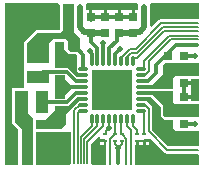
<source format=gtl>
G04*
G04 #@! TF.GenerationSoftware,Altium Limited,Altium Designer,25.5.2 (35)*
G04*
G04 Layer_Physical_Order=1*
G04 Layer_Color=5124078*
%FSLAX24Y24*%
%MOIN*%
G70*
G04*
G04 #@! TF.SameCoordinates,10BE4CE9-2312-42DA-BD6A-6239ED57E976*
G04*
G04*
G04 #@! TF.FilePolarity,Positive*
G04*
G01*
G75*
%ADD12C,0.0079*%
%ADD14C,0.0059*%
%ADD17R,0.0295X0.0315*%
%ADD18O,0.0118X0.0335*%
%ADD19R,0.0118X0.0106*%
%ADD20R,0.0315X0.0295*%
%ADD21R,0.1378X0.1378*%
%ADD22O,0.0335X0.0118*%
%ADD23R,0.0717X0.0445*%
%ADD24R,0.0445X0.0717*%
%ADD34C,0.0060*%
%ADD35C,0.0118*%
%ADD36C,0.0197*%
%ADD37R,0.0160X0.0060*%
%ADD38C,0.0197*%
%ADD39C,0.0240*%
G36*
X857Y2869D02*
X872Y2840D01*
X869Y2830D01*
X865Y2808D01*
X864Y2785D01*
Y2679D01*
X759D01*
Y2431D01*
X659D01*
Y2679D01*
X286D01*
Y2431D01*
X186D01*
Y2679D01*
X-186D01*
Y2431D01*
X-286D01*
Y2679D01*
X-659D01*
Y2431D01*
X-759D01*
Y2679D01*
X-864D01*
Y2785D01*
X-865Y2808D01*
X-869Y2830D01*
X-872Y2840D01*
X-857Y2869D01*
X-838Y2889D01*
X838D01*
X857Y2869D01*
D02*
G37*
G36*
X2889Y2406D02*
X2854Y2364D01*
X1626D01*
X1608Y2363D01*
X1590Y2359D01*
X1573Y2353D01*
X1556Y2345D01*
X1541Y2335D01*
X1528Y2323D01*
X1311Y2107D01*
X1262Y2127D01*
Y2785D01*
X1260Y2808D01*
X1257Y2830D01*
X1254Y2840D01*
X1269Y2869D01*
X1288Y2889D01*
X2889D01*
Y2406D01*
D02*
G37*
G36*
X-1260Y1929D02*
X-1063Y1732D01*
X-1063Y1280D01*
X-1358D01*
X-1458Y1380D01*
Y1613D01*
X-1457Y1614D01*
X-1535Y1693D01*
X-1959D01*
X-2116Y1535D01*
Y915D01*
X-2839D01*
Y1568D01*
X-2596Y1811D01*
X-2517Y1890D01*
X-1732D01*
X-1654Y1969D01*
X-1654Y2874D01*
X-1260D01*
Y1929D01*
D02*
G37*
G36*
X-1594Y1368D02*
X-1427Y1201D01*
X-1220D01*
X-1181Y1161D01*
Y640D01*
X-1093Y551D01*
X-965D01*
Y433D01*
X-1171D01*
X-1467Y728D01*
X-1900D01*
Y1594D01*
X-1594D01*
Y1368D01*
D02*
G37*
G36*
X2889Y472D02*
X2087Y472D01*
X2018Y404D01*
Y39D01*
X945D01*
Y157D01*
X1339D01*
X1693Y512D01*
Y827D01*
X1772Y906D01*
X2889D01*
Y472D01*
D02*
G37*
G36*
X-1585Y364D02*
X-1378Y157D01*
X-1378Y39D01*
X-1585Y-167D01*
Y-295D01*
X-1900D01*
Y492D01*
X-1585D01*
Y364D01*
D02*
G37*
G36*
X2889Y-372D02*
X2630D01*
Y-296D01*
X2382D01*
Y-196D01*
X2630D01*
Y-11D01*
Y196D01*
X2382D01*
Y296D01*
X2630D01*
Y372D01*
X2889D01*
Y-372D01*
D02*
G37*
G36*
X2018Y-404D02*
X2087Y-472D01*
X2889Y-472D01*
Y-906D01*
X1772D01*
X1693Y-827D01*
Y-512D01*
X1339Y-157D01*
X945D01*
Y-39D01*
X2018D01*
Y-404D01*
D02*
G37*
G36*
X-965Y-354D02*
X-1093D01*
X-1555Y-817D01*
Y-1161D01*
X-1693Y-1299D01*
X-2549D01*
Y-984D01*
X-2205D01*
X-1900Y-679D01*
Y-531D01*
X-1476D01*
X-1181Y-236D01*
X-965D01*
Y-354D01*
D02*
G37*
G36*
X1739Y-2080D02*
X1752Y-2091D01*
X1766Y-2101D01*
X1781Y-2108D01*
X1797Y-2114D01*
X1814Y-2117D01*
X1831Y-2118D01*
X2856D01*
X2889Y-2160D01*
Y-2495D01*
X805D01*
X797Y-2492D01*
X760Y-2461D01*
Y-1840D01*
X777D01*
Y-1687D01*
X877D01*
Y-1840D01*
X1013D01*
Y-1687D01*
X1063D01*
Y-1637D01*
X1222D01*
Y-1633D01*
X1269Y-1610D01*
X1739Y-2080D01*
D02*
G37*
G36*
X1614Y-551D02*
Y-866D01*
X1732Y-984D01*
X2018D01*
Y-1260D01*
X2136Y-1378D01*
X2889D01*
Y-1860D01*
X1860D01*
X1339Y-1339D01*
Y-541D01*
X1152Y-354D01*
X945D01*
Y-236D01*
X1299D01*
X1614Y-551D01*
D02*
G37*
G36*
X-395Y-1549D02*
Y-1637D01*
X-236D01*
Y-1737D01*
X-395D01*
Y-1840D01*
X-209D01*
Y-2461D01*
X-246Y-2492D01*
X-254Y-2495D01*
X-656D01*
X-664Y-2492D01*
X-676Y-2480D01*
X-697Y-2446D01*
X-697Y-2441D01*
Y-1786D01*
X-441Y-1530D01*
X-395Y-1549D01*
D02*
G37*
G36*
X-1390Y-2441D02*
X-1389Y-2446D01*
X-1411Y-2480D01*
X-1423Y-2492D01*
X-1430Y-2495D01*
X-2528D01*
Y-1400D01*
X-1390D01*
Y-2441D01*
D02*
G37*
G36*
X-2795Y-768D02*
X-2628Y-935D01*
Y-1299D01*
Y-2495D01*
X-3023D01*
Y-1299D01*
X-3248Y-1074D01*
Y-45D01*
X-2795D01*
Y-768D01*
D02*
G37*
G36*
X-1754Y2840D02*
X-1754Y2010D01*
X-1774Y1990D01*
X-2517D01*
X-2533Y1989D01*
X-2548Y1985D01*
X-2562Y1979D01*
X-2576Y1971D01*
X-2588Y1961D01*
X-2910Y1639D01*
X-2920Y1627D01*
X-2928Y1614D01*
X-2934Y1599D01*
X-2938Y1584D01*
X-2939Y1568D01*
Y915D01*
X-2939Y911D01*
Y823D01*
Y55D01*
X-3248D01*
X-3252Y55D01*
X-3348D01*
Y-41D01*
X-3348Y-45D01*
Y-1074D01*
X-3347Y-1090D01*
X-3343Y-1105D01*
X-3337Y-1120D01*
X-3329Y-1133D01*
X-3319Y-1145D01*
X-3124Y-1341D01*
Y-2495D01*
X-3578D01*
Y2889D01*
X-1797D01*
X-1754Y2840D01*
D02*
G37*
%LPC*%
G36*
X1222Y-1737D02*
X1113D01*
Y-1840D01*
X1222D01*
Y-1737D01*
D02*
G37*
%LPD*%
D12*
X813Y1230D02*
X1679Y2096D01*
X2854D01*
X780Y1378D02*
X1626Y2224D01*
X2854D01*
X1732Y1969D02*
X2854D01*
X826Y1062D02*
X1732Y1969D01*
X707Y1062D02*
X826D01*
X588Y1378D02*
X780D01*
X638Y1230D02*
X813D01*
X-256Y-1825D02*
Y-1699D01*
X-344Y-1945D02*
Y-1913D01*
X-256Y-1699D02*
X-247Y-1690D01*
X-344Y-1913D02*
X-256Y-1825D01*
X962Y-1945D02*
X1063Y-1844D01*
Y-1687D01*
X945Y-1945D02*
X962D01*
X689Y965D02*
Y1044D01*
X707Y1062D01*
X-111Y-1260D02*
X-98D01*
X-217Y-1365D02*
X-111Y-1260D01*
X-230Y-1463D02*
X-217Y-1449D01*
X-236Y-1463D02*
X-230D01*
X-217Y-1449D02*
Y-1365D01*
X-98Y-1260D02*
Y-1181D01*
X541Y1134D02*
X638Y1230D01*
X541Y1133D02*
Y1134D01*
X827Y-1687D02*
X1018D01*
X344Y1134D02*
X588Y1378D01*
X492Y1083D02*
X541Y1133D01*
X492Y965D02*
Y1083D01*
X295D02*
X344Y1133D01*
Y1134D01*
X295Y965D02*
Y1083D01*
X-98Y-1181D02*
Y-965D01*
X-98Y-1181D02*
X-98Y-1181D01*
D14*
X-2244Y-1142D02*
X-2146Y-1043D01*
X-2088D01*
X-1831D02*
X-1831Y-1043D01*
X-1928Y-1043D02*
X-1831D01*
X-1742Y876D02*
X-1693Y925D01*
X-1556D01*
X-1319D02*
X-1319Y925D01*
X-1396Y925D02*
X-1319D01*
X1220Y-1378D02*
X1831Y-1988D01*
X2856D01*
X1220Y-1378D02*
Y-626D01*
X1222Y966D02*
X1949Y1693D01*
X1063Y960D02*
X1905Y1801D01*
X1949Y1693D02*
X2854D01*
X1063Y716D02*
Y960D01*
X1222Y623D02*
Y966D01*
X1905Y1801D02*
X2854D01*
X49Y-1486D02*
X87Y-1449D01*
X965Y492D02*
X1089D01*
X1118Y522D02*
X1120D01*
X1222Y623D01*
X1089Y492D02*
X1118Y522D01*
X965Y689D02*
X1036D01*
X1063Y716D01*
X79Y-1806D02*
Y-1687D01*
Y-1806D02*
X177Y-1904D01*
X197Y-1929D02*
Y-1884D01*
X315Y-1811D02*
Y-1687D01*
X197Y-1929D02*
X315Y-1811D01*
X492Y-1201D02*
Y-965D01*
Y-1201D02*
X630Y-1339D01*
Y-2461D02*
Y-1339D01*
X-79Y-2461D02*
Y-1621D01*
X49Y-1493D01*
X344Y-1492D02*
X472Y-1620D01*
Y-2461D02*
Y-1620D01*
X315Y-1463D02*
X321D01*
X344Y-1486D01*
Y-1492D02*
Y-1486D01*
X87Y-1449D02*
X98D01*
X49Y-1493D02*
Y-1486D01*
X98Y-1449D02*
Y-965D01*
X295Y-1443D02*
X315Y-1463D01*
X295Y-1443D02*
Y-965D01*
X-827Y-2441D02*
Y-1732D01*
X-295Y-1201D02*
Y-965D01*
X-827Y-1732D02*
X-295Y-1201D01*
X-492Y-1201D02*
Y-965D01*
X-935Y-1644D02*
X-492Y-1201D01*
X-935Y-2441D02*
Y-1644D01*
X-690Y-1202D02*
Y-966D01*
X-1043Y-2441D02*
Y-1555D01*
X-690Y-1202D01*
X689Y-1201D02*
X827Y-1339D01*
X689Y-1201D02*
Y-965D01*
X827Y-1451D02*
Y-1339D01*
X1036Y-689D02*
X1063Y-716D01*
Y-1463D02*
Y-716D01*
X965Y-689D02*
X1036D01*
X1087Y-492D02*
X1220Y-626D01*
X965Y-492D02*
X1087D01*
X-690Y-966D02*
X-689Y-965D01*
X-1260Y-2441D02*
Y-679D01*
X-1152Y-2441D02*
Y-753D01*
X-1260Y-679D02*
X-1073Y-492D01*
X-1152Y-753D02*
X-1087Y-689D01*
X-965D01*
X-1073Y-492D02*
X-965D01*
D17*
X1850Y1142D02*
D03*
X2382D02*
D03*
Y-1142D02*
D03*
X1850D02*
D03*
X-1742Y1437D02*
D03*
X-1211D02*
D03*
X-2244Y-1142D02*
D03*
X-2776D02*
D03*
X2382Y-246D02*
D03*
X1850D02*
D03*
X2382Y246D02*
D03*
X1850D02*
D03*
D18*
X98Y965D02*
D03*
X-295D02*
D03*
X-689Y-965D02*
D03*
X-492D02*
D03*
X-295D02*
D03*
X-98D02*
D03*
X98D02*
D03*
X295D02*
D03*
X492D02*
D03*
X689D02*
D03*
Y965D02*
D03*
X492D02*
D03*
X295D02*
D03*
X-98D02*
D03*
X-492D02*
D03*
X-689D02*
D03*
D19*
X315Y-1463D02*
D03*
Y-1687D02*
D03*
X79Y-1463D02*
D03*
Y-1687D02*
D03*
X-236Y-1463D02*
D03*
Y-1687D02*
D03*
X1063Y-1687D02*
D03*
Y-1463D02*
D03*
X827D02*
D03*
Y-1687D02*
D03*
D20*
X236Y2431D02*
D03*
Y1900D02*
D03*
X709Y2431D02*
D03*
Y1900D02*
D03*
X-236Y2431D02*
D03*
Y1900D02*
D03*
X-709Y2431D02*
D03*
Y1900D02*
D03*
X-1742Y344D02*
D03*
Y876D02*
D03*
Y-148D02*
D03*
Y-679D02*
D03*
D21*
X-0Y0D02*
D03*
D22*
X-965Y689D02*
D03*
Y492D02*
D03*
Y295D02*
D03*
Y98D02*
D03*
Y-98D02*
D03*
Y-295D02*
D03*
Y-492D02*
D03*
Y-689D02*
D03*
X965D02*
D03*
Y-492D02*
D03*
Y-295D02*
D03*
Y-98D02*
D03*
Y98D02*
D03*
Y295D02*
D03*
Y492D02*
D03*
Y689D02*
D03*
D23*
X-2480Y1146D02*
D03*
Y449D02*
D03*
D24*
X-2329Y-404D02*
D03*
X-3026D02*
D03*
D34*
X-1556Y925D02*
D03*
X-1396D02*
D03*
X-2088Y-1043D02*
D03*
X-1928D02*
D03*
D35*
X-965Y689D02*
Y1181D01*
X98Y1220D02*
X246Y1368D01*
X98Y965D02*
Y1220D01*
X165Y1651D02*
Y1838D01*
X177Y1850D01*
X-98Y1388D02*
X165Y1651D01*
X-98Y965D02*
Y1388D01*
X-295Y965D02*
Y1575D01*
X-295Y1575D01*
X-709Y2362D02*
X-699Y2352D01*
X-2864Y-1053D02*
Y-565D01*
X-2862Y-567D01*
X-3026Y-404D02*
X-2864Y-565D01*
X197Y-2434D02*
Y-1929D01*
X1476Y577D02*
Y846D01*
X1194Y295D02*
X1476Y577D01*
Y846D02*
X2139Y1510D01*
X965Y295D02*
X1194D01*
X2382Y-246D02*
Y246D01*
X2139Y1510D02*
X2825D01*
X-709Y2431D02*
X236D01*
X-709Y1614D02*
Y1900D01*
Y1614D02*
X-492Y1398D01*
X-1211Y1427D02*
X-965Y1181D01*
X-2862Y-868D02*
X-2854Y-876D01*
X-2862Y-868D02*
Y-567D01*
X-492Y965D02*
Y1398D01*
X-748Y1278D02*
Y1299D01*
Y1278D02*
X-689Y1219D01*
Y965D02*
Y1219D01*
X236Y2431D02*
X709D01*
X2382Y-1142D02*
X2717D01*
X2411Y-246D02*
X2677D01*
X2382Y246D02*
X2677D01*
X2382Y1142D02*
X2677D01*
X-2461Y449D02*
X-2299Y610D01*
X-1516D01*
X-1201Y295D01*
X-965D01*
X-2480Y449D02*
X-2461D01*
X-1516Y-413D02*
X-1201Y-98D01*
X-965D01*
X-2329Y-404D02*
X-2319Y-413D01*
X-1516D01*
X-2864Y-1053D02*
X-2776Y-1142D01*
X-1416Y98D02*
X-965D01*
D36*
X236Y1900D02*
X709D01*
X758Y1949D02*
X925D01*
X1063Y2087D01*
Y2785D01*
X709Y1900D02*
X758Y1949D01*
X709Y1900D02*
X758Y1949D01*
X-1063Y2087D02*
Y2785D01*
Y2087D02*
X-925Y1949D01*
X-758D01*
X-709Y1900D01*
X-236D01*
X226D02*
X236D01*
X177Y1850D02*
X226Y1900D01*
D37*
X-1476Y925D02*
D03*
X-2008Y-1043D02*
D03*
D38*
X-1831Y-1043D02*
D03*
X-1319Y925D02*
D03*
X945Y-2362D02*
D03*
X1850D02*
D03*
X2756D02*
D03*
X-1673D02*
D03*
X-2402Y-2362D02*
D03*
X-3465Y-2362D02*
D03*
X246Y1368D02*
D03*
X-295Y1575D02*
D03*
X-768Y2785D02*
D03*
X758D02*
D03*
X-344Y-1945D02*
D03*
X945D02*
D03*
X197Y-1929D02*
D03*
X-98Y-1260D02*
D03*
X1850Y-512D02*
D03*
Y-787D02*
D03*
X1614Y-197D02*
D03*
X-2854Y-876D02*
D03*
X-1929Y2087D02*
D03*
X-2441D02*
D03*
X-3465Y-1516D02*
D03*
Y2785D02*
D03*
X-1929D02*
D03*
X-2441D02*
D03*
X1378D02*
D03*
X2756Y-1142D02*
D03*
Y-246D02*
D03*
X128Y2785D02*
D03*
X-128D02*
D03*
X-3465Y1870D02*
D03*
Y1024D02*
D03*
X2756Y2785D02*
D03*
X-748Y1299D02*
D03*
X2756Y246D02*
D03*
X-2402Y-1516D02*
D03*
X-1673D02*
D03*
X-3465Y-551D02*
D03*
X-1457Y98D02*
D03*
X-1742Y98D02*
D03*
X-3465Y177D02*
D03*
X2756Y1142D02*
D03*
D39*
X472Y472D02*
D03*
Y0D02*
D03*
Y-472D02*
D03*
X0D02*
D03*
X-472D02*
D03*
Y0D02*
D03*
Y472D02*
D03*
X0D02*
D03*
Y0D02*
D03*
M02*

</source>
